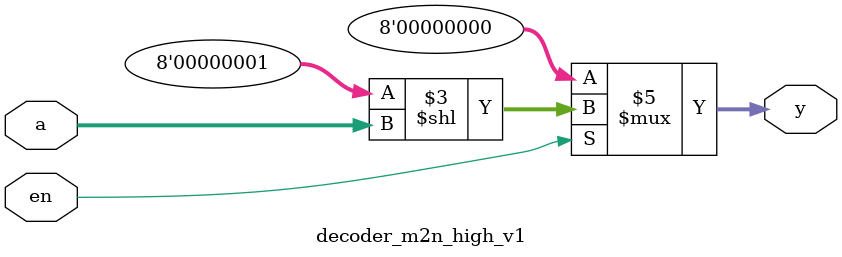
<source format=sv>
module decoder_m2n_high_v1
#(
  parameter M = 3,
  parameter N = 2 ** M
)
(
  input logic [M - 1 : 0] a,
  input logic en,
  output logic [N - 1 : 0] y
);

  always_comb begin
    if (!en) 
      y = '0;
    else 
      y = {{N-1{1'b0}}, 1'b1} << a;
  end
endmodule

</source>
